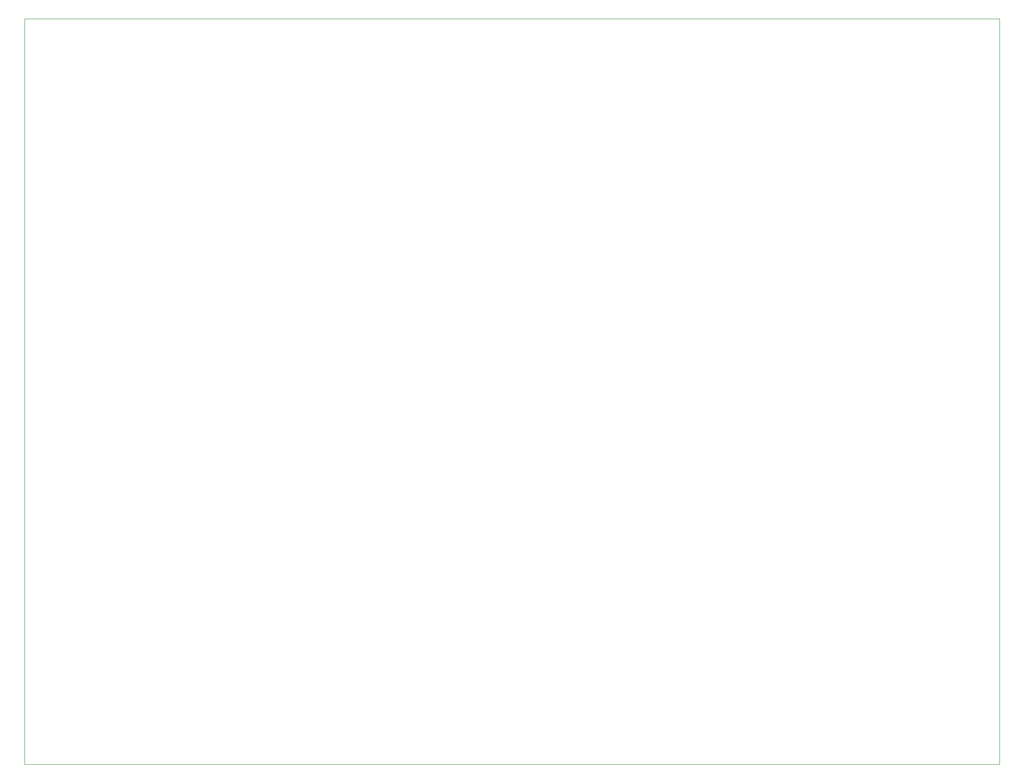
<source format=gbr>
%TF.GenerationSoftware,KiCad,Pcbnew,(6.0.5-0)*%
%TF.CreationDate,2024-02-05T16:25:51-05:00*%
%TF.ProjectId,Autonomous Drift Cart PCB,4175746f-6e6f-46d6-9f75-732044726966,rev?*%
%TF.SameCoordinates,Original*%
%TF.FileFunction,Profile,NP*%
%FSLAX46Y46*%
G04 Gerber Fmt 4.6, Leading zero omitted, Abs format (unit mm)*
G04 Created by KiCad (PCBNEW (6.0.5-0)) date 2024-02-05 16:25:51*
%MOMM*%
%LPD*%
G01*
G04 APERTURE LIST*
%TA.AperFunction,Profile*%
%ADD10C,0.050000*%
%TD*%
G04 APERTURE END LIST*
D10*
X120200000Y-43100000D02*
X305350000Y-43100000D01*
X305350000Y-43100000D02*
X305350000Y-184750000D01*
X305350000Y-184750000D02*
X120200000Y-184750000D01*
X120200000Y-184750000D02*
X120200000Y-43100000D01*
M02*

</source>
